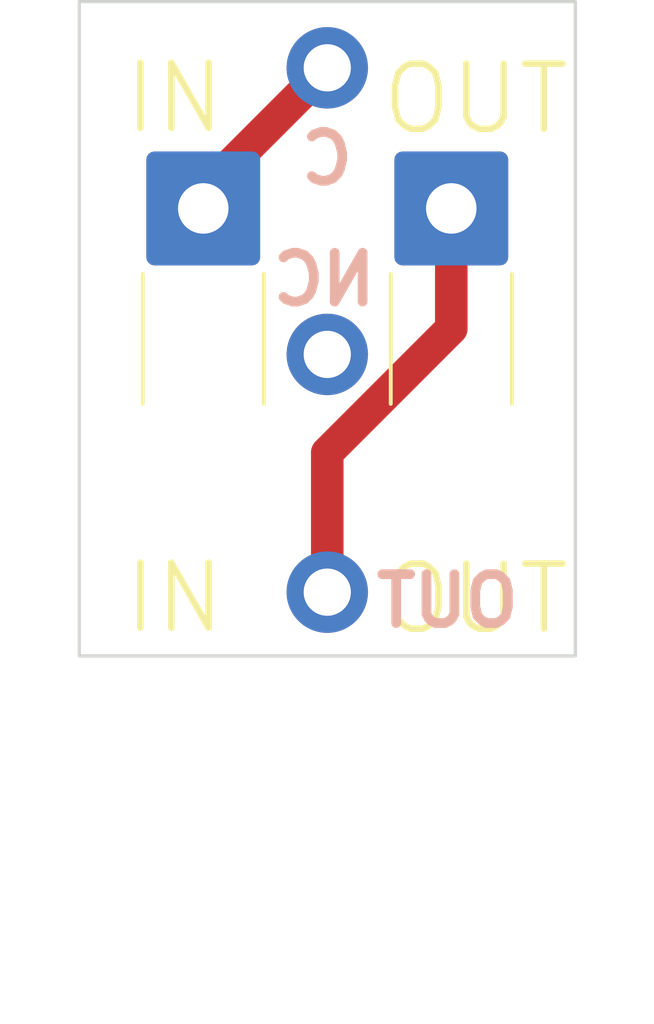
<source format=kicad_pcb>
(kicad_pcb (version 20221018) (generator pcbnew)
  (layers (0 "F.Cu" signal) (31 "B.Cu" signal) (34 "B.Paste" user) (35 "F.Paste" user) (36 "B.SilkS" user "B.Silkscreen") (37 "F.SilkS" user "F.Silkscreen") (38 "B.Mask" user) (39 "F.Mask" user) (44 "Edge.Cuts" user))
  (net 0 "")
  (net 1 "Net-(J1-Pin_1)")
  (net 2 "Net-(J2-Pin_1)")
  (footprint "Connector_Wire:SolderWire-0.75sqmm_1x01_D1.25mm_OD3.5mm_Relief" (layer "F.Cu") (at 36.83 31.75)
    (fp_text reference "J2" hide)
    (fp_text value "Conn_01x01_Pin")
    (fp_line (start -1.86 2.01) (end -1.86 6) (stroke (width 0.12)) (layer "F.SilkS"))
    (fp_line (start 1.86 2.01) (end 1.86 6) (stroke (width 0.12)) (layer "F.SilkS"))
    (pad "" np_thru_hole circle (at 0 8) (size 4 4) (drill 4) (layers "*.Cu" "*.Mask"))
    (pad "1" thru_hole roundrect (at 0 0) (size 3.5 3.5) (drill 1.55) (layers "*.Cu" "*.Mask") (roundrect_rratio 0.071429) (net 2 "Net-(J2-Pin_1)"))
  )
  (footprint "Connector_Wire:SolderWire-0.75sqmm_1x01_D1.25mm_OD3.5mm_Relief" (layer "F.Cu") (at 29.21 31.75)
    (fp_text reference "J1" hide)
    (fp_text value "Conn_01x01_Pin")
    (fp_line (start -1.86 2.01) (end -1.86 6) (stroke (width 0.12)) (layer "F.SilkS"))
    (fp_line (start 1.86 2.01) (end 1.86 6) (stroke (width 0.12)) (layer "F.SilkS"))
    (pad "" np_thru_hole circle (at 0 8) (size 4 4) (drill 4) (layers "*.Cu" "*.Mask"))
    (pad "1" thru_hole roundrect (at 0 0) (size 3.5 3.5) (drill 1.55) (layers "*.Cu" "*.Mask") (roundrect_rratio 0.071429) (net 1 "Net-(J1-Pin_1)"))
  )
  (footprint "SS-5G:SS-5G" (layer "F.Cu") (at 33.02 27.432)
    (fp_text reference "SW1" hide)
    (fp_text value "~")
    (pad "1" thru_hole circle (at 0 0) (size 2.5 2.5) (drill 1.45) (layers "*.Cu" "*.Mask") (net 1 "Net-(J1-Pin_1)"))
    (pad "2" thru_hole circle (at 0 8.8) (size 2.5 2.5) (drill 1.45) (layers "*.Cu" "*.Mask"))
    (pad "3" thru_hole circle (at 0 16.1) (size 2.5 2.5) (drill 1.45) (layers "*.Cu" "*.Mask") (net 2 "Net-(J2-Pin_1)"))
  )
  (gr_rect (start 25.4 25.4) (end 40.64 45.49) (stroke (width 0.1)) (fill none) (layer "Edge.Cuts"))
  (gr_text "OUT" (at 39.05 44.68) (layer "B.SilkS") (effects (font (size 1.5 1.5) (thickness 0.3) bold) (justify left bottom mirror)))
  (gr_text "C" (at 33.96 31.1) (layer "B.SilkS") (effects (font (size 1.5 1.5) (thickness 0.3) bold) (justify left bottom mirror)))
  (gr_text "NC" (at 34.66 34.81) (layer "B.SilkS") (effects (font (size 1.5 1.5) (thickness 0.3) bold) (justify left bottom mirror)))
  (gr_text "IN" (at 26.67 44.88) (layer "F.SilkS") (effects (font (size 2 2) (thickness 0.2)) (justify left bottom)))
  (gr_text "OUT" (at 34.59 29.56) (layer "F.SilkS") (effects (font (size 2 2) (thickness 0.2)) (justify left bottom)))
  (gr_text "OUT" (at 34.59 44.91) (layer "F.SilkS") (effects (font (size 2 2) (thickness 0.2)) (justify left bottom)))
  (gr_text "IN" (at 26.67 29.53) (layer "F.SilkS") (effects (font (size 2 2) (thickness 0.2)) (justify left bottom)))
  (segment (start 29.21 31.242) (end 33.02 27.432) (width 1) (layer "F.Cu") (net 1))
  (segment (start 29.21 31.75) (end 29.21 31.242) (width 1) (layer "F.Cu") (net 1))
  (segment (start 36.83 35.44) (end 33.02 39.25) (width 1) (layer "F.Cu") (net 2))
  (segment (start 36.83 31.75) (end 36.83 35.44) (width 1) (layer "F.Cu") (net 2))
  (segment (start 33.02 39.25) (end 33.02 43.532) (width 1) (layer "F.Cu") (net 2))
)
</source>
